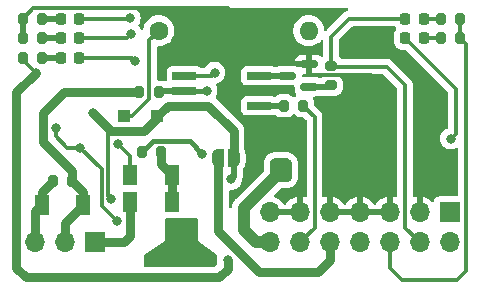
<source format=gbr>
%TF.GenerationSoftware,KiCad,Pcbnew,(6.0.9)*%
%TF.CreationDate,2022-11-10T15:00:11+05:30*%
%TF.ProjectId,Gate Driver TLP152,47617465-2044-4726-9976-657220544c50,rev?*%
%TF.SameCoordinates,Original*%
%TF.FileFunction,Copper,L1,Top*%
%TF.FilePolarity,Positive*%
%FSLAX46Y46*%
G04 Gerber Fmt 4.6, Leading zero omitted, Abs format (unit mm)*
G04 Created by KiCad (PCBNEW (6.0.9)) date 2022-11-10 15:00:11*
%MOMM*%
%LPD*%
G01*
G04 APERTURE LIST*
G04 Aperture macros list*
%AMRoundRect*
0 Rectangle with rounded corners*
0 $1 Rounding radius*
0 $2 $3 $4 $5 $6 $7 $8 $9 X,Y pos of 4 corners*
0 Add a 4 corners polygon primitive as box body*
4,1,4,$2,$3,$4,$5,$6,$7,$8,$9,$2,$3,0*
0 Add four circle primitives for the rounded corners*
1,1,$1+$1,$2,$3*
1,1,$1+$1,$4,$5*
1,1,$1+$1,$6,$7*
1,1,$1+$1,$8,$9*
0 Add four rect primitives between the rounded corners*
20,1,$1+$1,$2,$3,$4,$5,0*
20,1,$1+$1,$4,$5,$6,$7,0*
20,1,$1+$1,$6,$7,$8,$9,0*
20,1,$1+$1,$8,$9,$2,$3,0*%
%AMFreePoly0*
4,1,22,0.500000,-0.750000,0.000000,-0.750000,0.000000,-0.745033,-0.079941,-0.743568,-0.215256,-0.701293,-0.333266,-0.622738,-0.424486,-0.514219,-0.481581,-0.384460,-0.499164,-0.250000,-0.500000,-0.250000,-0.500000,0.250000,-0.499164,0.250000,-0.499963,0.256109,-0.478152,0.396186,-0.417904,0.524511,-0.324060,0.630769,-0.204165,0.706417,-0.067858,0.745374,0.000000,0.744959,0.000000,0.750000,
0.500000,0.750000,0.500000,-0.750000,0.500000,-0.750000,$1*%
%AMFreePoly1*
4,1,20,0.000000,0.744959,0.073905,0.744508,0.209726,0.703889,0.328688,0.626782,0.421226,0.519385,0.479903,0.390333,0.500000,0.250000,0.500000,-0.250000,0.499851,-0.262216,0.476331,-0.402017,0.414519,-0.529596,0.319384,-0.634700,0.198574,-0.708877,0.061801,-0.746166,0.000000,-0.745033,0.000000,-0.750000,-0.500000,-0.750000,-0.500000,0.750000,0.000000,0.750000,0.000000,0.744959,
0.000000,0.744959,$1*%
G04 Aperture macros list end*
%TA.AperFunction,SMDPad,CuDef*%
%ADD10RoundRect,0.200000X-0.200000X-0.275000X0.200000X-0.275000X0.200000X0.275000X-0.200000X0.275000X0*%
%TD*%
%TA.AperFunction,ComponentPad*%
%ADD11C,1.600000*%
%TD*%
%TA.AperFunction,ComponentPad*%
%ADD12O,1.600000X1.600000*%
%TD*%
%TA.AperFunction,SMDPad,CuDef*%
%ADD13RoundRect,0.200000X0.200000X0.275000X-0.200000X0.275000X-0.200000X-0.275000X0.200000X-0.275000X0*%
%TD*%
%TA.AperFunction,SMDPad,CuDef*%
%ADD14RoundRect,0.218750X-0.218750X-0.256250X0.218750X-0.256250X0.218750X0.256250X-0.218750X0.256250X0*%
%TD*%
%TA.AperFunction,SMDPad,CuDef*%
%ADD15R,1.100000X1.100000*%
%TD*%
%TA.AperFunction,SMDPad,CuDef*%
%ADD16R,2.000000X0.640000*%
%TD*%
%TA.AperFunction,SMDPad,CuDef*%
%ADD17RoundRect,0.200000X0.275000X-0.200000X0.275000X0.200000X-0.275000X0.200000X-0.275000X-0.200000X0*%
%TD*%
%TA.AperFunction,ComponentPad*%
%ADD18R,1.700000X1.700000*%
%TD*%
%TA.AperFunction,ComponentPad*%
%ADD19O,1.700000X1.700000*%
%TD*%
%TA.AperFunction,SMDPad,CuDef*%
%ADD20R,1.300000X1.700000*%
%TD*%
%TA.AperFunction,SMDPad,CuDef*%
%ADD21FreePoly0,0.000000*%
%TD*%
%TA.AperFunction,SMDPad,CuDef*%
%ADD22FreePoly1,0.000000*%
%TD*%
%TA.AperFunction,SMDPad,CuDef*%
%ADD23RoundRect,0.150000X0.587500X0.150000X-0.587500X0.150000X-0.587500X-0.150000X0.587500X-0.150000X0*%
%TD*%
%TA.AperFunction,ViaPad*%
%ADD24C,0.800000*%
%TD*%
%TA.AperFunction,Conductor*%
%ADD25C,0.800000*%
%TD*%
%TA.AperFunction,Conductor*%
%ADD26C,0.300000*%
%TD*%
%TA.AperFunction,Conductor*%
%ADD27C,1.000000*%
%TD*%
%TA.AperFunction,Conductor*%
%ADD28C,0.500000*%
%TD*%
%TA.AperFunction,Conductor*%
%ADD29C,0.400000*%
%TD*%
G04 APERTURE END LIST*
D10*
%TO.P,R5,1*%
%TO.N,Net-(IC1-Pad1)*%
X23559000Y-8763000D03*
%TO.P,R5,2*%
%TO.N,/pulse IN*%
X25209000Y-8763000D03*
%TD*%
D11*
%TO.P,R7,1*%
%TO.N,Net-(D7-Pad2)*%
X12954000Y-2413000D03*
D12*
%TO.P,R7,2*%
%TO.N,+12V*%
X25654000Y-2413000D03*
%TD*%
D13*
%TO.P,R4,1*%
%TO.N,Net-(D4-Pad1)*%
X3111000Y-3048000D03*
%TO.P,R4,2*%
%TO.N,GNDD*%
X1461000Y-3048000D03*
%TD*%
D14*
%TO.P,D1,1,K*%
%TO.N,/~{SD}*%
X33819500Y-1397000D03*
%TO.P,D1,2,A*%
%TO.N,Net-(D1-Pad2)*%
X35394500Y-1397000D03*
%TD*%
D10*
%TO.P,R6,1*%
%TO.N,/VO*%
X11519000Y-12700000D03*
%TO.P,R6,2*%
%TO.N,Net-(D5-Pad2)*%
X13169000Y-12700000D03*
%TD*%
D15*
%TO.P,D7,1,K*%
%TO.N,/Boot*%
X12830000Y-9652000D03*
%TO.P,D7,2,A*%
%TO.N,Net-(D7-Pad2)*%
X10030000Y-9652000D03*
%TD*%
D16*
%TO.P,IC1,1,ANODE*%
%TO.N,Net-(IC1-Pad1)*%
X21438000Y-8763000D03*
%TO.P,IC1,3,CATHODE*%
%TO.N,Net-(IC1-Pad3)*%
X21438000Y-6223000D03*
%TO.P,IC1,4,GND*%
%TO.N,Common*%
X15138000Y-6223000D03*
%TO.P,IC1,5,VO*%
%TO.N,/VO*%
X15138000Y-7493000D03*
%TO.P,IC1,6,VCC*%
%TO.N,/Boot*%
X15138000Y-8763000D03*
%TD*%
D17*
%TO.P,R19,1*%
%TO.N,Net-(Q1-Pad1)*%
X27559000Y-7048000D03*
%TO.P,R19,2*%
%TO.N,/~{SD}*%
X27559000Y-5398000D03*
%TD*%
D14*
%TO.P,D2,1,K*%
%TO.N,/~{Fault}*%
X33819500Y-3048000D03*
%TO.P,D2,2,A*%
%TO.N,Net-(D2-Pad2)*%
X35394500Y-3048000D03*
%TD*%
D18*
%TO.P,J1,1,Pin_1*%
%TO.N,/Reset*%
X37605000Y-17805000D03*
D19*
%TO.P,J1,2,Pin_2*%
%TO.N,/~{Fault}*%
X37605000Y-20345000D03*
%TO.P,J1,3,Pin_3*%
%TO.N,GNDD*%
X35065000Y-17805000D03*
%TO.P,J1,4,Pin_4*%
%TO.N,/~{SD}*%
X35065000Y-20345000D03*
%TO.P,J1,5,Pin_5*%
%TO.N,GNDD*%
X32525000Y-17805000D03*
%TO.P,J1,6,Pin_6*%
%TO.N,+3.3V*%
X32525000Y-20345000D03*
%TO.P,J1,7,Pin_7*%
%TO.N,GNDD*%
X29985000Y-17805000D03*
%TO.P,J1,8,Pin_8*%
%TO.N,+5V*%
X29985000Y-20345000D03*
%TO.P,J1,9,Pin_9*%
%TO.N,GNDD*%
X27445000Y-17805000D03*
%TO.P,J1,10,Pin_10*%
%TO.N,+12V*%
X27445000Y-20345000D03*
%TO.P,J1,11,Pin_11*%
%TO.N,GNDD*%
X24905000Y-17805000D03*
%TO.P,J1,12,Pin_12*%
%TO.N,/pulse IN*%
X24905000Y-20345000D03*
%TO.P,J1,13,Pin_13*%
%TO.N,GNDD*%
X22365000Y-17805000D03*
%TO.P,J1,14,Pin_14*%
%TO.N,GND*%
X22365000Y-20345000D03*
%TD*%
D10*
%TO.P,R2,1*%
%TO.N,Net-(D2-Pad2)*%
X36830000Y-3048000D03*
%TO.P,R2,2*%
%TO.N,+3.3V*%
X38480000Y-3048000D03*
%TD*%
D20*
%TO.P,D9,1,K*%
%TO.N,Gate*%
X6576000Y-17145000D03*
%TO.P,D9,2,A*%
%TO.N,Source*%
X3076000Y-17145000D03*
%TD*%
D10*
%TO.P,R14,1*%
%TO.N,Source*%
X4001000Y-15113000D03*
%TO.P,R14,2*%
%TO.N,Gate*%
X5651000Y-15113000D03*
%TD*%
D14*
%TO.P,D3,1,K*%
%TO.N,Net-(D3-Pad1)*%
X4673500Y-1397000D03*
%TO.P,D3,2,A*%
%TO.N,+3.3V*%
X6248500Y-1397000D03*
%TD*%
%TO.P,D8,1,K*%
%TO.N,Net-(D8-Pad1)*%
X4673500Y-4699000D03*
%TO.P,D8,2,A*%
%TO.N,+12V*%
X6248500Y-4699000D03*
%TD*%
D21*
%TO.P,JP1,1,A*%
%TO.N,+12V*%
X18004000Y-13208000D03*
D22*
%TO.P,JP1,2,B*%
%TO.N,/Boot*%
X19304000Y-13208000D03*
%TD*%
D18*
%TO.P,J2,1,Pin_1*%
%TO.N,Drain*%
X7592000Y-20320000D03*
D19*
%TO.P,J2,2,Pin_2*%
%TO.N,Gate*%
X5052000Y-20320000D03*
%TO.P,J2,3,Pin_3*%
%TO.N,Source*%
X2512000Y-20320000D03*
%TD*%
D20*
%TO.P,D6,1,K*%
%TO.N,Net-(C5-Pad1)*%
X10569000Y-14605000D03*
%TO.P,D6,2,A*%
%TO.N,Net-(D5-Pad2)*%
X14069000Y-14605000D03*
%TD*%
D13*
%TO.P,R3,1*%
%TO.N,Net-(D3-Pad1)*%
X3111000Y-1397000D03*
%TO.P,R3,2*%
%TO.N,GNDD*%
X1461000Y-1397000D03*
%TD*%
%TO.P,R13,1*%
%TO.N,/VO*%
X12953000Y-7620000D03*
%TO.P,R13,2*%
%TO.N,Gate*%
X11303000Y-7620000D03*
%TD*%
D10*
%TO.P,R1,1*%
%TO.N,Net-(D1-Pad2)*%
X36830000Y-1397000D03*
%TO.P,R1,2*%
%TO.N,+3.3V*%
X38480000Y-1397000D03*
%TD*%
D20*
%TO.P,D5,1,K*%
%TO.N,Drain*%
X10569000Y-16904000D03*
%TO.P,D5,2,A*%
%TO.N,Net-(D5-Pad2)*%
X14069000Y-16904000D03*
%TD*%
D14*
%TO.P,D4,1,K*%
%TO.N,Net-(D4-Pad1)*%
X4673500Y-3048000D03*
%TO.P,D4,2,A*%
%TO.N,+5V*%
X6248500Y-3048000D03*
%TD*%
D23*
%TO.P,Q1,1,B*%
%TO.N,Net-(Q1-Pad1)*%
X25702500Y-7173000D03*
%TO.P,Q1,2,E*%
%TO.N,GNDD*%
X25702500Y-5273000D03*
%TO.P,Q1,3,C*%
%TO.N,Net-(IC1-Pad3)*%
X23827500Y-6223000D03*
%TD*%
D13*
%TO.P,R11,1*%
%TO.N,Net-(D8-Pad1)*%
X3111000Y-4699000D03*
%TO.P,R11,2*%
%TO.N,GND*%
X1461000Y-4699000D03*
%TD*%
D24*
%TO.N,+12V*%
X10922000Y-4953000D03*
%TO.N,GND*%
X2540000Y-5969000D03*
X22860000Y-13716000D03*
X23749000Y-13716000D03*
X18796000Y-21844000D03*
X22860000Y-14732000D03*
X23749000Y-14732000D03*
%TO.N,/Boot*%
X19100800Y-14986000D03*
X7366000Y-9398000D03*
X8927500Y-16637000D03*
%TO.N,Net-(C5-Pad1)*%
X9512302Y-11971500D03*
%TO.N,/~{Fault}*%
X37681500Y-11557000D03*
%TO.N,+3.3V*%
X10515600Y-1371600D03*
%TO.N,+5V*%
X10617200Y-2692400D03*
%TO.N,/VO*%
X16637000Y-12827000D03*
X17018000Y-7493000D03*
%TO.N,/Error_OUT*%
X4254000Y-10668000D03*
X9398000Y-18542000D03*
X6288002Y-12319000D03*
%TO.N,Common*%
X15748000Y-18796000D03*
X14859000Y-19812000D03*
X17399000Y-21844000D03*
X17685318Y-5968101D03*
X14351000Y-21844000D03*
X15367000Y-21844000D03*
X13970000Y-19812000D03*
X13335000Y-21844000D03*
X15748000Y-19812000D03*
X16383000Y-21844000D03*
X13970000Y-18796000D03*
X14859000Y-18796000D03*
X12319000Y-21844000D03*
%TD*%
D25*
%TO.N,+12V*%
X18004000Y-13208000D02*
X18004000Y-19401000D01*
X26416000Y-22860000D02*
X27445000Y-21831000D01*
X21463000Y-22860000D02*
X26416000Y-22860000D01*
D26*
X6248500Y-4699000D02*
X10668000Y-4699000D01*
X10668000Y-4699000D02*
X10922000Y-4953000D01*
D25*
X27445000Y-21831000D02*
X27445000Y-20345000D01*
X18004000Y-19401000D02*
X21463000Y-22860000D01*
%TO.N,GND*%
X18796000Y-22606000D02*
X18796000Y-21844000D01*
X1710000Y-23300000D02*
X18102000Y-23300000D01*
X889000Y-22479000D02*
X1710000Y-23300000D01*
X889000Y-7620000D02*
X889000Y-22479000D01*
X23749000Y-13716000D02*
X23749000Y-13843000D01*
D27*
X20167600Y-19304000D02*
X20167600Y-17424400D01*
D26*
X1461000Y-4890000D02*
X2540000Y-5969000D01*
D27*
X20167600Y-17424400D02*
X23749000Y-13843000D01*
X21208600Y-20345000D02*
X20167600Y-19304000D01*
D25*
X2540000Y-5969000D02*
X889000Y-7620000D01*
X18102000Y-23300000D02*
X18796000Y-22606000D01*
D27*
X22365000Y-20345000D02*
X21208600Y-20345000D01*
D26*
X1461000Y-4699000D02*
X1461000Y-4890000D01*
D25*
%TO.N,/Boot*%
X11684000Y-10922000D02*
X8890000Y-10922000D01*
D28*
X19304000Y-14782800D02*
X19100800Y-14986000D01*
D25*
X8890000Y-10922000D02*
X7366000Y-9398000D01*
D26*
X7366000Y-9398000D02*
X8677511Y-10709511D01*
D25*
X12830000Y-9652000D02*
X12830000Y-9776000D01*
X15138000Y-8763000D02*
X13719000Y-8763000D01*
X13719000Y-8763000D02*
X12830000Y-9652000D01*
X12830000Y-9776000D02*
X11684000Y-10922000D01*
X17145000Y-8763000D02*
X15138000Y-8763000D01*
X19304000Y-10922000D02*
X17145000Y-8763000D01*
D26*
X8677511Y-10709511D02*
X8677511Y-16387011D01*
X8677511Y-16387011D02*
X8927500Y-16637000D01*
D28*
X19304000Y-13208000D02*
X19304000Y-14782800D01*
D25*
X19304000Y-13208000D02*
X19304000Y-10922000D01*
D26*
%TO.N,Net-(C5-Pad1)*%
X10569000Y-14605000D02*
X10569000Y-13028198D01*
X10569000Y-13028198D02*
X9512302Y-11971500D01*
%TO.N,/~{SD}*%
X33819500Y-1397000D02*
X29083000Y-1397000D01*
X27559000Y-2921000D02*
X27559000Y-5398000D01*
X27622000Y-5461000D02*
X27559000Y-5398000D01*
X35065000Y-20345000D02*
X33815489Y-19095489D01*
X33815489Y-19095489D02*
X33815489Y-7018489D01*
X33815489Y-7018489D02*
X32258000Y-5461000D01*
X29083000Y-1397000D02*
X27559000Y-2921000D01*
X32258000Y-5461000D02*
X27622000Y-5461000D01*
%TO.N,Net-(D1-Pad2)*%
X35394500Y-1397000D02*
X36830000Y-1397000D01*
%TO.N,/~{Fault}*%
X38100000Y-7328500D02*
X38100000Y-11138500D01*
X38100000Y-11138500D02*
X37681500Y-11557000D01*
X33819500Y-3048000D02*
X38100000Y-7328500D01*
%TO.N,Net-(D2-Pad2)*%
X35521500Y-3048000D02*
X36703000Y-3048000D01*
D28*
%TO.N,Net-(D3-Pad1)*%
X3111000Y-1397000D02*
X4673500Y-1397000D01*
D26*
%TO.N,+3.3V*%
X38227000Y-23495000D02*
X33528000Y-23495000D01*
X38480000Y-3047000D02*
X38989000Y-3556000D01*
X10490200Y-1397000D02*
X10515600Y-1371600D01*
X38480000Y-1397000D02*
X38480000Y-3047000D01*
X38989000Y-22733000D02*
X38227000Y-23495000D01*
X6248500Y-1397000D02*
X10490200Y-1397000D01*
X33528000Y-23495000D02*
X32525000Y-22492000D01*
X38989000Y-3556000D02*
X38989000Y-22733000D01*
X32525000Y-22492000D02*
X32525000Y-20345000D01*
D28*
%TO.N,Net-(D4-Pad1)*%
X4673500Y-3048000D02*
X3111000Y-3048000D01*
D26*
%TO.N,+5V*%
X10261600Y-3048000D02*
X10617200Y-2692400D01*
X6248500Y-3048000D02*
X10261600Y-3048000D01*
D28*
%TO.N,Net-(IC1-Pad3)*%
X23827500Y-6223000D02*
X21438000Y-6223000D01*
D25*
%TO.N,Net-(D5-Pad2)*%
X13169000Y-12700000D02*
X13169000Y-13705000D01*
X13169000Y-13705000D02*
X14069000Y-14605000D01*
X14069000Y-14605000D02*
X14069000Y-16904000D01*
D26*
%TO.N,Net-(D7-Pad2)*%
X10668000Y-9652000D02*
X10030000Y-9652000D01*
X12153480Y-8166520D02*
X10668000Y-9652000D01*
X12954000Y-2413000D02*
X12153480Y-3213520D01*
X12153480Y-3213520D02*
X12153480Y-8166520D01*
D28*
%TO.N,Net-(D8-Pad1)*%
X4673500Y-4699000D02*
X3111000Y-4699000D01*
D25*
%TO.N,Gate*%
X3175000Y-11811000D02*
X3175000Y-9398000D01*
X5651000Y-14287000D02*
X3175000Y-11811000D01*
X4953000Y-7620000D02*
X11303000Y-7620000D01*
X6576000Y-17145000D02*
X6576000Y-16038000D01*
X6576000Y-17145000D02*
X5052000Y-18669000D01*
X6576000Y-16038000D02*
X5651000Y-15113000D01*
X5052000Y-18669000D02*
X5052000Y-20320000D01*
X3175000Y-9398000D02*
X4953000Y-7620000D01*
X5651000Y-15113000D02*
X5651000Y-14287000D01*
D28*
%TO.N,Net-(IC1-Pad1)*%
X23559000Y-8763000D02*
X21438000Y-8763000D01*
D26*
%TO.N,GNDD*%
X30962520Y-6197520D02*
X32525000Y-7760000D01*
X25702500Y-5273000D02*
X25702500Y-6093700D01*
X25806320Y-6197520D02*
X30962520Y-6197520D01*
D28*
X1461000Y-1397000D02*
X1461000Y-3048000D01*
D26*
X2350000Y-508000D02*
X1461000Y-1397000D01*
X25702500Y-5273000D02*
X23561000Y-5273000D01*
X25702500Y-6093700D02*
X25806320Y-6197520D01*
X32525000Y-7760000D02*
X32525000Y-17805000D01*
X23561000Y-5273000D02*
X18796000Y-508000D01*
X18796000Y-508000D02*
X2350000Y-508000D01*
%TO.N,/pulse IN*%
X26154511Y-19095489D02*
X26154511Y-9708511D01*
X26154511Y-9708511D02*
X25209000Y-8763000D01*
X24905000Y-20345000D02*
X26154511Y-19095489D01*
D25*
%TO.N,Drain*%
X10569000Y-19784000D02*
X10569000Y-16904000D01*
X10033000Y-20320000D02*
X10569000Y-19784000D01*
X7592000Y-20320000D02*
X10033000Y-20320000D01*
%TO.N,Source*%
X2512000Y-17709000D02*
X3076000Y-17145000D01*
X2512000Y-20320000D02*
X2512000Y-17709000D01*
X3076000Y-17145000D02*
X3076000Y-16038000D01*
X3076000Y-16038000D02*
X4001000Y-15113000D01*
D29*
%TO.N,/VO*%
X15585480Y-11775480D02*
X16637000Y-12827000D01*
X11519000Y-12700000D02*
X12443520Y-11775480D01*
X12443520Y-11775480D02*
X15585480Y-11775480D01*
D28*
X13080000Y-7493000D02*
X12953000Y-7620000D01*
X15138000Y-7493000D02*
X13080000Y-7493000D01*
D29*
X17018000Y-7493000D02*
X15138000Y-7493000D01*
D26*
%TO.N,/Error_OUT*%
X8128000Y-14158998D02*
X6288002Y-12319000D01*
X4254000Y-11366000D02*
X5207000Y-12319000D01*
X5207000Y-12319000D02*
X6288002Y-12319000D01*
X4254000Y-10668000D02*
X4254000Y-11366000D01*
X8128000Y-17272000D02*
X8128000Y-14158998D01*
X9398000Y-18542000D02*
X8128000Y-17272000D01*
D28*
%TO.N,Net-(Q1-Pad1)*%
X27434000Y-7173000D02*
X27559000Y-7048000D01*
X25702500Y-7173000D02*
X27434000Y-7173000D01*
D26*
%TO.N,Common*%
X15138000Y-6223000D02*
X17430419Y-6223000D01*
X17430419Y-6223000D02*
X17685318Y-5968101D01*
%TD*%
%TA.AperFunction,Conductor*%
%TO.N,Common*%
G36*
X16198121Y-18308002D02*
G01*
X16244614Y-18361658D01*
X16256000Y-18414000D01*
X16256000Y-20193000D01*
X16264606Y-20199620D01*
X17857824Y-21425172D01*
X17899622Y-21482560D01*
X17907000Y-21525043D01*
X17907000Y-21622781D01*
X17904310Y-21648373D01*
X17902458Y-21654072D01*
X17882496Y-21844000D01*
X17883186Y-21850565D01*
X17886810Y-21885045D01*
X17887500Y-21898216D01*
X17887500Y-22177497D01*
X17867498Y-22245618D01*
X17850595Y-22266592D01*
X17762592Y-22354595D01*
X17700280Y-22388621D01*
X17673497Y-22391500D01*
X11810000Y-22391500D01*
X11741879Y-22371498D01*
X11695386Y-22317842D01*
X11684000Y-22265500D01*
X11684000Y-21527841D01*
X11704002Y-21459720D01*
X11736763Y-21425312D01*
X13462000Y-20193000D01*
X13462000Y-18414000D01*
X13482002Y-18345879D01*
X13535658Y-18299386D01*
X13588000Y-18288000D01*
X16130000Y-18288000D01*
X16198121Y-18308002D01*
G37*
%TD.AperFunction*%
%TD*%
%TA.AperFunction,Conductor*%
%TO.N,GNDD*%
G36*
X32993567Y-2075502D02*
G01*
X33023636Y-2102734D01*
X33026929Y-2108055D01*
X33032108Y-2113225D01*
X33032112Y-2113230D01*
X33052303Y-2133385D01*
X33086384Y-2195667D01*
X33081382Y-2266487D01*
X33052460Y-2311577D01*
X33026136Y-2337947D01*
X32937151Y-2482308D01*
X32934846Y-2489256D01*
X32934846Y-2489257D01*
X32921045Y-2530867D01*
X32883762Y-2643269D01*
X32873500Y-2743428D01*
X32873500Y-3352572D01*
X32873837Y-3355818D01*
X32873837Y-3355822D01*
X32876308Y-3379634D01*
X32884022Y-3453982D01*
X32937692Y-3614849D01*
X33026929Y-3759055D01*
X33146947Y-3878864D01*
X33153177Y-3882704D01*
X33153178Y-3882705D01*
X33162703Y-3888576D01*
X33291308Y-3967849D01*
X33298256Y-3970154D01*
X33298257Y-3970154D01*
X33445738Y-4019072D01*
X33445740Y-4019072D01*
X33452269Y-4021238D01*
X33552428Y-4031500D01*
X33819550Y-4031500D01*
X33887671Y-4051502D01*
X33908645Y-4068405D01*
X37404595Y-7564355D01*
X37438621Y-7626667D01*
X37441500Y-7653450D01*
X37441500Y-10587552D01*
X37421498Y-10655673D01*
X37366749Y-10702659D01*
X37230778Y-10763197D01*
X37230776Y-10763198D01*
X37224748Y-10765882D01*
X37219407Y-10769762D01*
X37219406Y-10769763D01*
X37197476Y-10785696D01*
X37070247Y-10878134D01*
X37065826Y-10883044D01*
X37065825Y-10883045D01*
X36975191Y-10983705D01*
X36942460Y-11020056D01*
X36846973Y-11185444D01*
X36787958Y-11367072D01*
X36787268Y-11373633D01*
X36787268Y-11373635D01*
X36779220Y-11450206D01*
X36767996Y-11557000D01*
X36768686Y-11563565D01*
X36778853Y-11660294D01*
X36787958Y-11746928D01*
X36846973Y-11928556D01*
X36850276Y-11934278D01*
X36850277Y-11934279D01*
X36861507Y-11953729D01*
X36942460Y-12093944D01*
X36946878Y-12098851D01*
X36946879Y-12098852D01*
X37032500Y-12193944D01*
X37070247Y-12235866D01*
X37157362Y-12299159D01*
X37216636Y-12342224D01*
X37224748Y-12348118D01*
X37230776Y-12350802D01*
X37230778Y-12350803D01*
X37390863Y-12422077D01*
X37399212Y-12425794D01*
X37492612Y-12445647D01*
X37579556Y-12464128D01*
X37579561Y-12464128D01*
X37586013Y-12465500D01*
X37776987Y-12465500D01*
X37783439Y-12464128D01*
X37783444Y-12464128D01*
X37870388Y-12445647D01*
X37963788Y-12425794D01*
X37972137Y-12422077D01*
X38132222Y-12350803D01*
X38132224Y-12350802D01*
X38138252Y-12348118D01*
X38142144Y-12345290D01*
X38210493Y-12328708D01*
X38277586Y-12351927D01*
X38321474Y-12407734D01*
X38330500Y-12454565D01*
X38330500Y-16320500D01*
X38310498Y-16388621D01*
X38256842Y-16435114D01*
X38204500Y-16446500D01*
X36706866Y-16446500D01*
X36644684Y-16453255D01*
X36508295Y-16504385D01*
X36391739Y-16591739D01*
X36304385Y-16708295D01*
X36301233Y-16716704D01*
X36301232Y-16716705D01*
X36259722Y-16827433D01*
X36217081Y-16884198D01*
X36150519Y-16908898D01*
X36081170Y-16893691D01*
X36048546Y-16868004D01*
X35997799Y-16812234D01*
X35990273Y-16805215D01*
X35823139Y-16673222D01*
X35814552Y-16667517D01*
X35628117Y-16564599D01*
X35618705Y-16560369D01*
X35417959Y-16489280D01*
X35407988Y-16486646D01*
X35336837Y-16473972D01*
X35323540Y-16475432D01*
X35319000Y-16489989D01*
X35319000Y-17933000D01*
X35298998Y-18001121D01*
X35245342Y-18047614D01*
X35193000Y-18059000D01*
X34599989Y-18059000D01*
X34531868Y-18038998D01*
X34485375Y-17985342D01*
X34473989Y-17933000D01*
X34473989Y-17677000D01*
X34493991Y-17608879D01*
X34547647Y-17562386D01*
X34599989Y-17551000D01*
X34792885Y-17551000D01*
X34808124Y-17546525D01*
X34809329Y-17545135D01*
X34811000Y-17537452D01*
X34811000Y-16488102D01*
X34807082Y-16474758D01*
X34792806Y-16472771D01*
X34754324Y-16478660D01*
X34744288Y-16481051D01*
X34639134Y-16515420D01*
X34568169Y-16517571D01*
X34507308Y-16481014D01*
X34475872Y-16417357D01*
X34473989Y-16395655D01*
X34473989Y-7100545D01*
X34474548Y-7088689D01*
X34474548Y-7088686D01*
X34476277Y-7080952D01*
X34474051Y-7010120D01*
X34473989Y-7006162D01*
X34473989Y-6977057D01*
X34473433Y-6972657D01*
X34472501Y-6960819D01*
X34472427Y-6958443D01*
X34471051Y-6914658D01*
X34465069Y-6894068D01*
X34461059Y-6874705D01*
X34459364Y-6861285D01*
X34459364Y-6861284D01*
X34458371Y-6853425D01*
X34455455Y-6846060D01*
X34455454Y-6846056D01*
X34441363Y-6810468D01*
X34437524Y-6799258D01*
X34424634Y-6754889D01*
X34413714Y-6736424D01*
X34405023Y-6718684D01*
X34397124Y-6698733D01*
X34369971Y-6661360D01*
X34363456Y-6651441D01*
X34343982Y-6618512D01*
X34343979Y-6618508D01*
X34339942Y-6611682D01*
X34324778Y-6596518D01*
X34311937Y-6581484D01*
X34303990Y-6570546D01*
X34299330Y-6564132D01*
X34263736Y-6534686D01*
X34254957Y-6526697D01*
X32781655Y-5053395D01*
X32773665Y-5044615D01*
X32773663Y-5044613D01*
X32769416Y-5037920D01*
X32745761Y-5015706D01*
X32717743Y-4989396D01*
X32714901Y-4986641D01*
X32694333Y-4966073D01*
X32690826Y-4963353D01*
X32681804Y-4955647D01*
X32653913Y-4929456D01*
X32648133Y-4924028D01*
X32641181Y-4920206D01*
X32629342Y-4913697D01*
X32612818Y-4902843D01*
X32602132Y-4894555D01*
X32595868Y-4889696D01*
X32588596Y-4886549D01*
X32588594Y-4886548D01*
X32553465Y-4871346D01*
X32542805Y-4866124D01*
X32509284Y-4847695D01*
X32509282Y-4847694D01*
X32502337Y-4843876D01*
X32481559Y-4838541D01*
X32462869Y-4832142D01*
X32443176Y-4823620D01*
X32397552Y-4816394D01*
X32385929Y-4813987D01*
X32357928Y-4806798D01*
X32341188Y-4802500D01*
X32319741Y-4802500D01*
X32300031Y-4800949D01*
X32286677Y-4798834D01*
X32278848Y-4797594D01*
X32232859Y-4801941D01*
X32221004Y-4802500D01*
X28490988Y-4802500D01*
X28422867Y-4782498D01*
X28395763Y-4757824D01*
X28395639Y-4757619D01*
X28274381Y-4636361D01*
X28267882Y-4632425D01*
X28265751Y-4630754D01*
X28224488Y-4572980D01*
X28217500Y-4531602D01*
X28217500Y-3245950D01*
X28237502Y-3177829D01*
X28254405Y-3156855D01*
X29318854Y-2092405D01*
X29381166Y-2058380D01*
X29407949Y-2055500D01*
X32925446Y-2055500D01*
X32993567Y-2075502D01*
G37*
%TD.AperFunction*%
%TA.AperFunction,Conductor*%
G36*
X32001171Y-6139502D02*
G01*
X32022145Y-6156405D01*
X33120084Y-7254344D01*
X33154110Y-7316656D01*
X33156989Y-7343439D01*
X33156989Y-16409804D01*
X33136987Y-16477925D01*
X33083331Y-16524418D01*
X33013057Y-16534522D01*
X32988929Y-16528577D01*
X32877959Y-16489280D01*
X32867988Y-16486646D01*
X32796837Y-16473972D01*
X32783540Y-16475432D01*
X32779000Y-16489989D01*
X32779000Y-17532885D01*
X32783475Y-17548124D01*
X32784865Y-17549329D01*
X32792548Y-17551000D01*
X33030989Y-17551000D01*
X33099110Y-17571002D01*
X33145603Y-17624658D01*
X33156989Y-17677000D01*
X33156989Y-17933000D01*
X33136987Y-18001121D01*
X33083331Y-18047614D01*
X33030989Y-18059000D01*
X26939011Y-18059000D01*
X26870890Y-18038998D01*
X26824397Y-17985342D01*
X26813011Y-17933000D01*
X26813011Y-17677000D01*
X26833013Y-17608879D01*
X26886669Y-17562386D01*
X26939011Y-17551000D01*
X27172885Y-17551000D01*
X27188124Y-17546525D01*
X27189329Y-17545135D01*
X27191000Y-17537452D01*
X27191000Y-17532885D01*
X27699000Y-17532885D01*
X27703475Y-17548124D01*
X27704865Y-17549329D01*
X27712548Y-17551000D01*
X29712885Y-17551000D01*
X29728124Y-17546525D01*
X29729329Y-17545135D01*
X29731000Y-17537452D01*
X29731000Y-17532885D01*
X30239000Y-17532885D01*
X30243475Y-17548124D01*
X30244865Y-17549329D01*
X30252548Y-17551000D01*
X32252885Y-17551000D01*
X32268124Y-17546525D01*
X32269329Y-17545135D01*
X32271000Y-17537452D01*
X32271000Y-16488102D01*
X32267082Y-16474758D01*
X32252806Y-16472771D01*
X32214324Y-16478660D01*
X32204288Y-16481051D01*
X32001868Y-16547212D01*
X31992359Y-16551209D01*
X31803463Y-16649542D01*
X31794738Y-16655036D01*
X31624433Y-16782905D01*
X31616726Y-16789748D01*
X31469590Y-16943717D01*
X31463104Y-16951727D01*
X31358193Y-17105521D01*
X31303282Y-17150524D01*
X31232757Y-17158695D01*
X31169010Y-17127441D01*
X31148313Y-17102957D01*
X31067427Y-16977926D01*
X31061136Y-16969757D01*
X30917806Y-16812240D01*
X30910273Y-16805215D01*
X30743139Y-16673222D01*
X30734552Y-16667517D01*
X30548117Y-16564599D01*
X30538705Y-16560369D01*
X30337959Y-16489280D01*
X30327988Y-16486646D01*
X30256837Y-16473972D01*
X30243540Y-16475432D01*
X30239000Y-16489989D01*
X30239000Y-17532885D01*
X29731000Y-17532885D01*
X29731000Y-16488102D01*
X29727082Y-16474758D01*
X29712806Y-16472771D01*
X29674324Y-16478660D01*
X29664288Y-16481051D01*
X29461868Y-16547212D01*
X29452359Y-16551209D01*
X29263463Y-16649542D01*
X29254738Y-16655036D01*
X29084433Y-16782905D01*
X29076726Y-16789748D01*
X28929590Y-16943717D01*
X28923104Y-16951727D01*
X28818193Y-17105521D01*
X28763282Y-17150524D01*
X28692757Y-17158695D01*
X28629010Y-17127441D01*
X28608313Y-17102957D01*
X28527427Y-16977926D01*
X28521136Y-16969757D01*
X28377806Y-16812240D01*
X28370273Y-16805215D01*
X28203139Y-16673222D01*
X28194552Y-16667517D01*
X28008117Y-16564599D01*
X27998705Y-16560369D01*
X27797959Y-16489280D01*
X27787988Y-16486646D01*
X27716837Y-16473972D01*
X27703540Y-16475432D01*
X27699000Y-16489989D01*
X27699000Y-17532885D01*
X27191000Y-17532885D01*
X27191000Y-16488102D01*
X27187082Y-16474758D01*
X27172806Y-16472771D01*
X27134324Y-16478660D01*
X27124288Y-16481051D01*
X26978156Y-16528814D01*
X26907192Y-16530965D01*
X26846330Y-16494409D01*
X26814894Y-16430751D01*
X26813011Y-16409049D01*
X26813011Y-9790567D01*
X26813570Y-9778711D01*
X26813570Y-9778708D01*
X26815299Y-9770974D01*
X26813073Y-9700142D01*
X26813011Y-9696184D01*
X26813011Y-9667079D01*
X26812455Y-9662679D01*
X26811523Y-9650841D01*
X26810322Y-9612605D01*
X26810073Y-9604680D01*
X26804091Y-9584090D01*
X26800081Y-9564727D01*
X26798386Y-9551307D01*
X26798386Y-9551306D01*
X26797393Y-9543447D01*
X26794477Y-9536082D01*
X26794476Y-9536078D01*
X26780387Y-9500493D01*
X26776542Y-9489264D01*
X26765867Y-9452521D01*
X26763656Y-9444910D01*
X26752741Y-9426454D01*
X26744042Y-9408698D01*
X26739806Y-9398000D01*
X26736146Y-9388755D01*
X26708991Y-9351379D01*
X26702476Y-9341460D01*
X26683003Y-9308534D01*
X26683000Y-9308530D01*
X26678963Y-9301704D01*
X26663802Y-9286543D01*
X26650960Y-9271508D01*
X26638352Y-9254154D01*
X26602753Y-9224704D01*
X26593974Y-9216715D01*
X26154404Y-8777145D01*
X26120378Y-8714833D01*
X26117499Y-8688050D01*
X26117499Y-8431366D01*
X26110753Y-8357938D01*
X26059472Y-8194301D01*
X26046433Y-8172771D01*
X26028254Y-8104142D01*
X26050064Y-8036578D01*
X26104940Y-7991532D01*
X26154209Y-7981500D01*
X26356502Y-7981500D01*
X26358950Y-7981307D01*
X26358958Y-7981307D01*
X26387421Y-7979067D01*
X26387426Y-7979066D01*
X26393831Y-7978562D01*
X26400007Y-7976768D01*
X26400011Y-7976767D01*
X26538602Y-7936503D01*
X26573754Y-7931500D01*
X27076413Y-7931500D01*
X27114092Y-7937266D01*
X27153938Y-7949753D01*
X27227365Y-7956500D01*
X27230263Y-7956500D01*
X27559860Y-7956499D01*
X27890634Y-7956499D01*
X27893492Y-7956236D01*
X27893501Y-7956236D01*
X27929004Y-7952974D01*
X27964062Y-7949753D01*
X28011557Y-7934869D01*
X28120450Y-7900744D01*
X28120452Y-7900743D01*
X28127699Y-7898472D01*
X28274381Y-7809639D01*
X28395639Y-7688381D01*
X28484472Y-7541699D01*
X28499734Y-7493000D01*
X28518534Y-7433008D01*
X28535753Y-7378062D01*
X28542500Y-7304635D01*
X28542499Y-6791366D01*
X28541559Y-6781126D01*
X28537452Y-6736431D01*
X28535753Y-6717938D01*
X28533754Y-6711559D01*
X28486744Y-6561550D01*
X28486743Y-6561548D01*
X28484472Y-6554301D01*
X28395639Y-6407619D01*
X28322615Y-6334595D01*
X28288589Y-6272283D01*
X28293654Y-6201468D01*
X28336201Y-6144632D01*
X28402721Y-6119821D01*
X28411710Y-6119500D01*
X31933050Y-6119500D01*
X32001171Y-6139502D01*
G37*
%TD.AperFunction*%
%TA.AperFunction,Conductor*%
G36*
X28949277Y-528502D02*
G01*
X28995770Y-582158D01*
X29005874Y-652432D01*
X28976380Y-717012D01*
X28917635Y-753359D01*
X28917935Y-754118D01*
X28913695Y-755797D01*
X28910566Y-757036D01*
X28874982Y-771124D01*
X28863752Y-774969D01*
X28819399Y-787855D01*
X28812575Y-791891D01*
X28800943Y-798770D01*
X28783187Y-807469D01*
X28763244Y-815365D01*
X28737224Y-834270D01*
X28725868Y-842520D01*
X28715949Y-849035D01*
X28683023Y-868508D01*
X28683019Y-868511D01*
X28676193Y-872548D01*
X28661032Y-887709D01*
X28646000Y-900548D01*
X28628643Y-913159D01*
X28623593Y-919263D01*
X28623591Y-919265D01*
X28599188Y-948763D01*
X28591199Y-957541D01*
X27172099Y-2376642D01*
X27109787Y-2410667D01*
X27038972Y-2405603D01*
X26982136Y-2363056D01*
X26957483Y-2298529D01*
X26956293Y-2284930D01*
X26947543Y-2184913D01*
X26933746Y-2133423D01*
X26889707Y-1969067D01*
X26889706Y-1969065D01*
X26888284Y-1963757D01*
X26812885Y-1802062D01*
X26793849Y-1761238D01*
X26793846Y-1761233D01*
X26791523Y-1756251D01*
X26660198Y-1568700D01*
X26498300Y-1406802D01*
X26493792Y-1403645D01*
X26493789Y-1403643D01*
X26415611Y-1348902D01*
X26310749Y-1275477D01*
X26305767Y-1273154D01*
X26305762Y-1273151D01*
X26108225Y-1181039D01*
X26108224Y-1181039D01*
X26103243Y-1178716D01*
X26097935Y-1177294D01*
X26097933Y-1177293D01*
X25887402Y-1120881D01*
X25887400Y-1120881D01*
X25882087Y-1119457D01*
X25654000Y-1099502D01*
X25425913Y-1119457D01*
X25420600Y-1120881D01*
X25420598Y-1120881D01*
X25210067Y-1177293D01*
X25210065Y-1177294D01*
X25204757Y-1178716D01*
X25199776Y-1181039D01*
X25199775Y-1181039D01*
X25002238Y-1273151D01*
X25002233Y-1273154D01*
X24997251Y-1275477D01*
X24892389Y-1348902D01*
X24814211Y-1403643D01*
X24814208Y-1403645D01*
X24809700Y-1406802D01*
X24647802Y-1568700D01*
X24516477Y-1756251D01*
X24514154Y-1761233D01*
X24514151Y-1761238D01*
X24495115Y-1802062D01*
X24419716Y-1963757D01*
X24418294Y-1969065D01*
X24418293Y-1969067D01*
X24374254Y-2133423D01*
X24360457Y-2184913D01*
X24340502Y-2413000D01*
X24360457Y-2641087D01*
X24361881Y-2646400D01*
X24361881Y-2646402D01*
X24388742Y-2746646D01*
X24419716Y-2862243D01*
X24422039Y-2867224D01*
X24422039Y-2867225D01*
X24514151Y-3064762D01*
X24514154Y-3064767D01*
X24516477Y-3069749D01*
X24580859Y-3161696D01*
X24639855Y-3245950D01*
X24647802Y-3257300D01*
X24809700Y-3419198D01*
X24814208Y-3422355D01*
X24814211Y-3422357D01*
X24892389Y-3477098D01*
X24997251Y-3550523D01*
X25002233Y-3552846D01*
X25002238Y-3552849D01*
X25183835Y-3637528D01*
X25204757Y-3647284D01*
X25210065Y-3648706D01*
X25210067Y-3648707D01*
X25420598Y-3705119D01*
X25420600Y-3705119D01*
X25425913Y-3706543D01*
X25654000Y-3726498D01*
X25882087Y-3706543D01*
X25887400Y-3705119D01*
X25887402Y-3705119D01*
X26097933Y-3648707D01*
X26097935Y-3648706D01*
X26103243Y-3647284D01*
X26124165Y-3637528D01*
X26305762Y-3552849D01*
X26305767Y-3552846D01*
X26310749Y-3550523D01*
X26415611Y-3477098D01*
X26493789Y-3422357D01*
X26493792Y-3422355D01*
X26498300Y-3419198D01*
X26660198Y-3257300D01*
X26671287Y-3241463D01*
X26726743Y-3197135D01*
X26797362Y-3189826D01*
X26860723Y-3221856D01*
X26896708Y-3283057D01*
X26900500Y-3313734D01*
X26900500Y-4501245D01*
X26880498Y-4569366D01*
X26826842Y-4615859D01*
X26756568Y-4625963D01*
X26697270Y-4600802D01*
X26689673Y-4594909D01*
X26560221Y-4518352D01*
X26545790Y-4512107D01*
X26399935Y-4469731D01*
X26387333Y-4467430D01*
X26358916Y-4465193D01*
X26353986Y-4465000D01*
X25974615Y-4465000D01*
X25959376Y-4469475D01*
X25958171Y-4470865D01*
X25956500Y-4478548D01*
X25956500Y-6062884D01*
X25960975Y-6078123D01*
X25962365Y-6079328D01*
X25970048Y-6080999D01*
X26353984Y-6080999D01*
X26358920Y-6080805D01*
X26387336Y-6078570D01*
X26399931Y-6076270D01*
X26545793Y-6033892D01*
X26560220Y-6027649D01*
X26571242Y-6021131D01*
X26640059Y-6003674D01*
X26707389Y-6026194D01*
X26724472Y-6040492D01*
X26817885Y-6133905D01*
X26851911Y-6196217D01*
X26846846Y-6267032D01*
X26817885Y-6312095D01*
X26752385Y-6377595D01*
X26690073Y-6411621D01*
X26663290Y-6414500D01*
X26573754Y-6414500D01*
X26538602Y-6409497D01*
X26400011Y-6369233D01*
X26400007Y-6369232D01*
X26393831Y-6367438D01*
X26387426Y-6366934D01*
X26387421Y-6366933D01*
X26358958Y-6364693D01*
X26358950Y-6364693D01*
X26356502Y-6364500D01*
X25199500Y-6364500D01*
X25131379Y-6344498D01*
X25084886Y-6290842D01*
X25073500Y-6238500D01*
X25073500Y-6207000D01*
X25093502Y-6138879D01*
X25147158Y-6092386D01*
X25199500Y-6081000D01*
X25430385Y-6081000D01*
X25445624Y-6076525D01*
X25446829Y-6075135D01*
X25448500Y-6067452D01*
X25448500Y-5545115D01*
X25444025Y-5529876D01*
X25442635Y-5528671D01*
X25434952Y-5527000D01*
X24819842Y-5527000D01*
X24755703Y-5509453D01*
X24685427Y-5467892D01*
X24685428Y-5467892D01*
X24678601Y-5463855D01*
X24670990Y-5461644D01*
X24670988Y-5461643D01*
X24585734Y-5436875D01*
X24518831Y-5417438D01*
X24512426Y-5416934D01*
X24512421Y-5416933D01*
X24483958Y-5414693D01*
X24483950Y-5414693D01*
X24481502Y-5414500D01*
X23173498Y-5414500D01*
X23171050Y-5414693D01*
X23171042Y-5414693D01*
X23142579Y-5416933D01*
X23142574Y-5416934D01*
X23136169Y-5417438D01*
X23129993Y-5419232D01*
X23129989Y-5419233D01*
X22991398Y-5459497D01*
X22956246Y-5464500D01*
X22736418Y-5464500D01*
X22685087Y-5451367D01*
X22684705Y-5452385D01*
X22548316Y-5401255D01*
X22486134Y-5394500D01*
X20389866Y-5394500D01*
X20327684Y-5401255D01*
X20191295Y-5452385D01*
X20074739Y-5539739D01*
X19987385Y-5656295D01*
X19936255Y-5792684D01*
X19929500Y-5854866D01*
X19929500Y-6591134D01*
X19936255Y-6653316D01*
X19987385Y-6789705D01*
X20074739Y-6906261D01*
X20191295Y-6993615D01*
X20327684Y-7044745D01*
X20389866Y-7051500D01*
X22486134Y-7051500D01*
X22548316Y-7044745D01*
X22684705Y-6993615D01*
X22685087Y-6994633D01*
X22736418Y-6981500D01*
X22956246Y-6981500D01*
X22991398Y-6986503D01*
X23129989Y-7026767D01*
X23129993Y-7026768D01*
X23136169Y-7028562D01*
X23142574Y-7029066D01*
X23142579Y-7029067D01*
X23171042Y-7031307D01*
X23171050Y-7031307D01*
X23173498Y-7031500D01*
X24330500Y-7031500D01*
X24398621Y-7051502D01*
X24445114Y-7105158D01*
X24456500Y-7157500D01*
X24456500Y-7389502D01*
X24459438Y-7426831D01*
X24505855Y-7586601D01*
X24509892Y-7593427D01*
X24586509Y-7722980D01*
X24586511Y-7722983D01*
X24590547Y-7729807D01*
X24596155Y-7735415D01*
X24601011Y-7741675D01*
X24598422Y-7743683D01*
X24625229Y-7792775D01*
X24620164Y-7863590D01*
X24579854Y-7918712D01*
X24575120Y-7922424D01*
X24568619Y-7926361D01*
X24473095Y-8021885D01*
X24410783Y-8055911D01*
X24339968Y-8050846D01*
X24294905Y-8021885D01*
X24199381Y-7926361D01*
X24052699Y-7837528D01*
X24045452Y-7835257D01*
X24045450Y-7835256D01*
X23976268Y-7813576D01*
X23889062Y-7786247D01*
X23815635Y-7779500D01*
X23812737Y-7779500D01*
X23558335Y-7779501D01*
X23302366Y-7779501D01*
X23299508Y-7779764D01*
X23299499Y-7779764D01*
X23263996Y-7783026D01*
X23228938Y-7786247D01*
X23222560Y-7788246D01*
X23222559Y-7788246D01*
X23072550Y-7835256D01*
X23072548Y-7835257D01*
X23065301Y-7837528D01*
X22918619Y-7926361D01*
X22877385Y-7967595D01*
X22815073Y-8001621D01*
X22788290Y-8004500D01*
X22736418Y-8004500D01*
X22685087Y-7991367D01*
X22684705Y-7992385D01*
X22548316Y-7941255D01*
X22486134Y-7934500D01*
X20389866Y-7934500D01*
X20327684Y-7941255D01*
X20191295Y-7992385D01*
X20074739Y-8079739D01*
X19987385Y-8196295D01*
X19936255Y-8332684D01*
X19929500Y-8394866D01*
X19929500Y-9131134D01*
X19936255Y-9193316D01*
X19987385Y-9329705D01*
X20074739Y-9446261D01*
X20191295Y-9533615D01*
X20327684Y-9584745D01*
X20389866Y-9591500D01*
X22486134Y-9591500D01*
X22548316Y-9584745D01*
X22684705Y-9533615D01*
X22685087Y-9534633D01*
X22736418Y-9521500D01*
X22788290Y-9521500D01*
X22856411Y-9541502D01*
X22877385Y-9558405D01*
X22918619Y-9599639D01*
X23065301Y-9688472D01*
X23072548Y-9690743D01*
X23072550Y-9690744D01*
X23128907Y-9708405D01*
X23228938Y-9739753D01*
X23302365Y-9746500D01*
X23305263Y-9746500D01*
X23559665Y-9746499D01*
X23815634Y-9746499D01*
X23818492Y-9746236D01*
X23818501Y-9746236D01*
X23854004Y-9742974D01*
X23889062Y-9739753D01*
X23916198Y-9731249D01*
X24045450Y-9690744D01*
X24045452Y-9690743D01*
X24052699Y-9688472D01*
X24199381Y-9599639D01*
X24294905Y-9504115D01*
X24357217Y-9470089D01*
X24428032Y-9475154D01*
X24473095Y-9504115D01*
X24568619Y-9599639D01*
X24715301Y-9688472D01*
X24722548Y-9690743D01*
X24722550Y-9690744D01*
X24778907Y-9708405D01*
X24878938Y-9739753D01*
X24952365Y-9746500D01*
X24968614Y-9746500D01*
X25209051Y-9746499D01*
X25277170Y-9766501D01*
X25298145Y-9783404D01*
X25459106Y-9944365D01*
X25493132Y-10006677D01*
X25496011Y-10033460D01*
X25496011Y-16395293D01*
X25476009Y-16463414D01*
X25422353Y-16509907D01*
X25352079Y-16520011D01*
X25327951Y-16514066D01*
X25257959Y-16489280D01*
X25247988Y-16486646D01*
X25176837Y-16473972D01*
X25163540Y-16475432D01*
X25159000Y-16489989D01*
X25159000Y-17532885D01*
X25163475Y-17548124D01*
X25164865Y-17549329D01*
X25172548Y-17551000D01*
X25370011Y-17551000D01*
X25438132Y-17571002D01*
X25484625Y-17624658D01*
X25496011Y-17677000D01*
X25496011Y-17933000D01*
X25476009Y-18001121D01*
X25422353Y-18047614D01*
X25370011Y-18059000D01*
X22237000Y-18059000D01*
X22168879Y-18038998D01*
X22122386Y-17985342D01*
X22111000Y-17933000D01*
X22111000Y-17677000D01*
X22131002Y-17608879D01*
X22184658Y-17562386D01*
X22237000Y-17551000D01*
X24632885Y-17551000D01*
X24648124Y-17546525D01*
X24649329Y-17545135D01*
X24651000Y-17537452D01*
X24651000Y-16488102D01*
X24647082Y-16474758D01*
X24632806Y-16472771D01*
X24594324Y-16478660D01*
X24584288Y-16481051D01*
X24381868Y-16547212D01*
X24372359Y-16551209D01*
X24183463Y-16649542D01*
X24174738Y-16655036D01*
X24004433Y-16782905D01*
X23996726Y-16789748D01*
X23849590Y-16943717D01*
X23843104Y-16951727D01*
X23738193Y-17105521D01*
X23683282Y-17150524D01*
X23612757Y-17158695D01*
X23549010Y-17127441D01*
X23528313Y-17102957D01*
X23447427Y-16977926D01*
X23441136Y-16969757D01*
X23297806Y-16812240D01*
X23290273Y-16805215D01*
X23123139Y-16673222D01*
X23114552Y-16667517D01*
X22928117Y-16564599D01*
X22918705Y-16560369D01*
X22766624Y-16506514D01*
X22709088Y-16464920D01*
X22683172Y-16398822D01*
X22697106Y-16329206D01*
X22719589Y-16298646D01*
X23227830Y-15790405D01*
X23290142Y-15756379D01*
X23316925Y-15753500D01*
X23748742Y-15753500D01*
X23782329Y-15752400D01*
X23783391Y-15752330D01*
X23783399Y-15752330D01*
X23797728Y-15751391D01*
X23797750Y-15751389D01*
X23798775Y-15751322D01*
X23820588Y-15749174D01*
X23831160Y-15748133D01*
X23831172Y-15748132D01*
X23832214Y-15748029D01*
X23936989Y-15734235D01*
X23938995Y-15733836D01*
X23939001Y-15733835D01*
X24000836Y-15721535D01*
X24002862Y-15721132D01*
X24004842Y-15720602D01*
X24004857Y-15720598D01*
X24020877Y-15716305D01*
X24034634Y-15712619D01*
X24098243Y-15691027D01*
X24100152Y-15690236D01*
X24100158Y-15690234D01*
X24126763Y-15679214D01*
X24188182Y-15653773D01*
X24248431Y-15624061D01*
X24250211Y-15623033D01*
X24250219Y-15623029D01*
X24275133Y-15608644D01*
X24275132Y-15608644D01*
X24276917Y-15607614D01*
X24278611Y-15606482D01*
X24278624Y-15606474D01*
X24331056Y-15571439D01*
X24331058Y-15571438D01*
X24332759Y-15570301D01*
X24401928Y-15517226D01*
X24408362Y-15512289D01*
X24408367Y-15512285D01*
X24409992Y-15511038D01*
X24460492Y-15466750D01*
X24483750Y-15443492D01*
X24496245Y-15429245D01*
X24526684Y-15394536D01*
X24526685Y-15394535D01*
X24528038Y-15392992D01*
X24587301Y-15315759D01*
X24588439Y-15314056D01*
X24623474Y-15261624D01*
X24623482Y-15261611D01*
X24624614Y-15259917D01*
X24641061Y-15231431D01*
X24670773Y-15171182D01*
X24708027Y-15081243D01*
X24729619Y-15017634D01*
X24733305Y-15003877D01*
X24737598Y-14987857D01*
X24737602Y-14987842D01*
X24738132Y-14985862D01*
X24738535Y-14983836D01*
X24750835Y-14922001D01*
X24750836Y-14921995D01*
X24751235Y-14919989D01*
X24765029Y-14815214D01*
X24768322Y-14781775D01*
X24768859Y-14773592D01*
X24769330Y-14766399D01*
X24769330Y-14766391D01*
X24769400Y-14765329D01*
X24770500Y-14731742D01*
X24770500Y-13716258D01*
X24769400Y-13682671D01*
X24769161Y-13679018D01*
X24768391Y-13667272D01*
X24768389Y-13667250D01*
X24768322Y-13666225D01*
X24765029Y-13632786D01*
X24751235Y-13528011D01*
X24747603Y-13509749D01*
X24738535Y-13464164D01*
X24738132Y-13462138D01*
X24737602Y-13460158D01*
X24737598Y-13460143D01*
X24733305Y-13444123D01*
X24729619Y-13430366D01*
X24708027Y-13366757D01*
X24704494Y-13358226D01*
X24687858Y-13318065D01*
X24670773Y-13276818D01*
X24641061Y-13216569D01*
X24624614Y-13188083D01*
X24623482Y-13186389D01*
X24623474Y-13186376D01*
X24588439Y-13133944D01*
X24588438Y-13133942D01*
X24587301Y-13132241D01*
X24528038Y-13055008D01*
X24483750Y-13004508D01*
X24460492Y-12981250D01*
X24447927Y-12970230D01*
X24411536Y-12938316D01*
X24411535Y-12938315D01*
X24409992Y-12936962D01*
X24395519Y-12925856D01*
X24354400Y-12894305D01*
X24332759Y-12877699D01*
X24331056Y-12876561D01*
X24278624Y-12841526D01*
X24278611Y-12841518D01*
X24276917Y-12840386D01*
X24273084Y-12838173D01*
X24250219Y-12824971D01*
X24250211Y-12824967D01*
X24248431Y-12823939D01*
X24188182Y-12794227D01*
X24126763Y-12768786D01*
X24100158Y-12757766D01*
X24100152Y-12757764D01*
X24098243Y-12756973D01*
X24034634Y-12735381D01*
X24020877Y-12731695D01*
X24004857Y-12727402D01*
X24004842Y-12727398D01*
X24002862Y-12726868D01*
X24000836Y-12726465D01*
X23939001Y-12714165D01*
X23938995Y-12714164D01*
X23936989Y-12713765D01*
X23832214Y-12699971D01*
X23831172Y-12699868D01*
X23831160Y-12699867D01*
X23820588Y-12698826D01*
X23798775Y-12696678D01*
X23797750Y-12696611D01*
X23797728Y-12696609D01*
X23783399Y-12695670D01*
X23783391Y-12695670D01*
X23782329Y-12695600D01*
X23748742Y-12694500D01*
X22860258Y-12694500D01*
X22826671Y-12695600D01*
X22825609Y-12695670D01*
X22825601Y-12695670D01*
X22811272Y-12696609D01*
X22811250Y-12696611D01*
X22810225Y-12696678D01*
X22788412Y-12698826D01*
X22777840Y-12699867D01*
X22777828Y-12699868D01*
X22776786Y-12699971D01*
X22672011Y-12713765D01*
X22670005Y-12714164D01*
X22669999Y-12714165D01*
X22608164Y-12726465D01*
X22606138Y-12726868D01*
X22604158Y-12727398D01*
X22604143Y-12727402D01*
X22588123Y-12731695D01*
X22574366Y-12735381D01*
X22510757Y-12756973D01*
X22508848Y-12757764D01*
X22508842Y-12757766D01*
X22482237Y-12768786D01*
X22420818Y-12794227D01*
X22360569Y-12823939D01*
X22358789Y-12824967D01*
X22358781Y-12824971D01*
X22335916Y-12838173D01*
X22332083Y-12840386D01*
X22330389Y-12841518D01*
X22330376Y-12841526D01*
X22277944Y-12876561D01*
X22276241Y-12877699D01*
X22254600Y-12894305D01*
X22213482Y-12925856D01*
X22199008Y-12936962D01*
X22197465Y-12938315D01*
X22197464Y-12938316D01*
X22161074Y-12970230D01*
X22148508Y-12981250D01*
X22125250Y-13004508D01*
X22080962Y-13055008D01*
X22021699Y-13132241D01*
X22020562Y-13133942D01*
X22020561Y-13133944D01*
X21985526Y-13186376D01*
X21985518Y-13186389D01*
X21984386Y-13188083D01*
X21967939Y-13216569D01*
X21938227Y-13276818D01*
X21921142Y-13318065D01*
X21904507Y-13358226D01*
X21900973Y-13366757D01*
X21879381Y-13430366D01*
X21875695Y-13444123D01*
X21871402Y-13460143D01*
X21871398Y-13460158D01*
X21870868Y-13462138D01*
X21870465Y-13464164D01*
X21861398Y-13509749D01*
X21857765Y-13528011D01*
X21843971Y-13632786D01*
X21840678Y-13666225D01*
X21840611Y-13667250D01*
X21840609Y-13667272D01*
X21839839Y-13679018D01*
X21839600Y-13682671D01*
X21838500Y-13716258D01*
X21838500Y-14275076D01*
X21818498Y-14343197D01*
X21801595Y-14364171D01*
X19498221Y-16667545D01*
X19488078Y-16676647D01*
X19458575Y-16700368D01*
X19444867Y-16716705D01*
X19426309Y-16738821D01*
X19423128Y-16742469D01*
X19421485Y-16744281D01*
X19419291Y-16746475D01*
X19391958Y-16779749D01*
X19391296Y-16780547D01*
X19331446Y-16851874D01*
X19328878Y-16856544D01*
X19325497Y-16860661D01*
X19321560Y-16868004D01*
X19281623Y-16942486D01*
X19280994Y-16943645D01*
X19239138Y-17019781D01*
X19239135Y-17019789D01*
X19236167Y-17025187D01*
X19234555Y-17030269D01*
X19232038Y-17034963D01*
X19204838Y-17123931D01*
X19204518Y-17124959D01*
X19176365Y-17213706D01*
X19175771Y-17219002D01*
X19174213Y-17224098D01*
X19165240Y-17312436D01*
X19164818Y-17316587D01*
X19164677Y-17317904D01*
X19163714Y-17326486D01*
X19136241Y-17391952D01*
X19077735Y-17432172D01*
X19006773Y-17434376D01*
X18945884Y-17397865D01*
X18914399Y-17334232D01*
X18912500Y-17312436D01*
X18912500Y-16020500D01*
X18932502Y-15952379D01*
X18986158Y-15905886D01*
X19038500Y-15894500D01*
X19196287Y-15894500D01*
X19202739Y-15893128D01*
X19202744Y-15893128D01*
X19289687Y-15874647D01*
X19383088Y-15854794D01*
X19403105Y-15845882D01*
X19551522Y-15779803D01*
X19551524Y-15779802D01*
X19557552Y-15777118D01*
X19590108Y-15753465D01*
X19640291Y-15717004D01*
X19712053Y-15664866D01*
X19722041Y-15653773D01*
X19835421Y-15527852D01*
X19835422Y-15527851D01*
X19839840Y-15522944D01*
X19935327Y-15357556D01*
X19994342Y-15175928D01*
X20002104Y-15102074D01*
X20015198Y-15057944D01*
X20019769Y-15048992D01*
X20021509Y-15041880D01*
X20023608Y-15036237D01*
X20025523Y-15030479D01*
X20028622Y-15023850D01*
X20036524Y-14985862D01*
X20043486Y-14952388D01*
X20044457Y-14948099D01*
X20051335Y-14919989D01*
X20061808Y-14877190D01*
X20062500Y-14866036D01*
X20062536Y-14866038D01*
X20062775Y-14862045D01*
X20063149Y-14857853D01*
X20064640Y-14850685D01*
X20062546Y-14773279D01*
X20062500Y-14769872D01*
X20062500Y-14179247D01*
X20082502Y-14111126D01*
X20095084Y-14094692D01*
X20100646Y-14088547D01*
X20103654Y-14085224D01*
X20118527Y-14063174D01*
X20182599Y-13968183D01*
X20182602Y-13968178D01*
X20185107Y-13964464D01*
X20190295Y-13953757D01*
X20245596Y-13839613D01*
X20247554Y-13835572D01*
X20291838Y-13696812D01*
X20315600Y-13555574D01*
X20322682Y-13476627D01*
X20322833Y-13464285D01*
X20317995Y-13389964D01*
X20317729Y-13381779D01*
X20317729Y-13037481D01*
X20318233Y-13026223D01*
X20322464Y-12979053D01*
X20322682Y-12976627D01*
X20322833Y-12964285D01*
X20317683Y-12885171D01*
X20308914Y-12823939D01*
X20298016Y-12747839D01*
X20298015Y-12747833D01*
X20297379Y-12743394D01*
X20294881Y-12734849D01*
X20257755Y-12607892D01*
X20256497Y-12603590D01*
X20223798Y-12531674D01*
X20212500Y-12479524D01*
X20212500Y-11003417D01*
X20214051Y-10983705D01*
X20215220Y-10976325D01*
X20216252Y-10969810D01*
X20212673Y-10901519D01*
X20212500Y-10894925D01*
X20212500Y-10874390D01*
X20211430Y-10864206D01*
X20210353Y-10853960D01*
X20209836Y-10847385D01*
X20206603Y-10785696D01*
X20206603Y-10785695D01*
X20206257Y-10779096D01*
X20202616Y-10765508D01*
X20199012Y-10746061D01*
X20198233Y-10738644D01*
X20198232Y-10738640D01*
X20197542Y-10732072D01*
X20176402Y-10667009D01*
X20174529Y-10660685D01*
X20158539Y-10601010D01*
X20158538Y-10601006D01*
X20156829Y-10594630D01*
X20150440Y-10582092D01*
X20142875Y-10563826D01*
X20140569Y-10556728D01*
X20140568Y-10556726D01*
X20138527Y-10550444D01*
X20104331Y-10491215D01*
X20101185Y-10485421D01*
X20100785Y-10484635D01*
X20070129Y-10424470D01*
X20061273Y-10413533D01*
X20050073Y-10397237D01*
X20046343Y-10390776D01*
X20046340Y-10390772D01*
X20043040Y-10385056D01*
X20038623Y-10380150D01*
X20038619Y-10380145D01*
X19997278Y-10334231D01*
X19992994Y-10329216D01*
X19982148Y-10315823D01*
X19980072Y-10313259D01*
X19965557Y-10298744D01*
X19961016Y-10293959D01*
X19915253Y-10243134D01*
X19903865Y-10234860D01*
X19888832Y-10222019D01*
X17844981Y-8178168D01*
X17832140Y-8163135D01*
X17827746Y-8157087D01*
X17827745Y-8157086D01*
X17823866Y-8151747D01*
X17809451Y-8138767D01*
X17772212Y-8078321D01*
X17773565Y-8007337D01*
X17784644Y-7982133D01*
X17849223Y-7870279D01*
X17849224Y-7870278D01*
X17852527Y-7864556D01*
X17911542Y-7682928D01*
X17927148Y-7534450D01*
X17930814Y-7499565D01*
X17931504Y-7493000D01*
X17925199Y-7433008D01*
X17912232Y-7309635D01*
X17912232Y-7309633D01*
X17911542Y-7303072D01*
X17852527Y-7121444D01*
X17805491Y-7039975D01*
X17788753Y-6970980D01*
X17811974Y-6903888D01*
X17867781Y-6860001D01*
X17888413Y-6853728D01*
X17967606Y-6836895D01*
X18006308Y-6819664D01*
X18136040Y-6761904D01*
X18136042Y-6761903D01*
X18142070Y-6759219D01*
X18187162Y-6726458D01*
X18223112Y-6700338D01*
X18296571Y-6646967D01*
X18322192Y-6618512D01*
X18419939Y-6509953D01*
X18419940Y-6509952D01*
X18424358Y-6505045D01*
X18489815Y-6391671D01*
X18516541Y-6345380D01*
X18516542Y-6345379D01*
X18519845Y-6339657D01*
X18578860Y-6158029D01*
X18582281Y-6125486D01*
X18598132Y-5974666D01*
X18598822Y-5968101D01*
X18586791Y-5853632D01*
X18579550Y-5784736D01*
X18579550Y-5784734D01*
X18578860Y-5778173D01*
X18519845Y-5596545D01*
X18424358Y-5431157D01*
X18412006Y-5417438D01*
X18300993Y-5294146D01*
X18300992Y-5294145D01*
X18296571Y-5289235D01*
X18142070Y-5176983D01*
X18136042Y-5174299D01*
X18136040Y-5174298D01*
X17973637Y-5101992D01*
X17973636Y-5101992D01*
X17967606Y-5099307D01*
X17874206Y-5079454D01*
X17787262Y-5060973D01*
X17787257Y-5060973D01*
X17780805Y-5059601D01*
X17589831Y-5059601D01*
X17583379Y-5060973D01*
X17583374Y-5060973D01*
X17496430Y-5079454D01*
X17403030Y-5099307D01*
X17397000Y-5101992D01*
X17396999Y-5101992D01*
X17234596Y-5174298D01*
X17234594Y-5174299D01*
X17228566Y-5176983D01*
X17074065Y-5289235D01*
X17069644Y-5294145D01*
X17069643Y-5294146D01*
X16958631Y-5417438D01*
X16946278Y-5431157D01*
X16908210Y-5497093D01*
X16905665Y-5501501D01*
X16854282Y-5550494D01*
X16796546Y-5564500D01*
X16576275Y-5564500D01*
X16508154Y-5544498D01*
X16500710Y-5539326D01*
X16480118Y-5523893D01*
X16384705Y-5452385D01*
X16248316Y-5401255D01*
X16186134Y-5394500D01*
X14089866Y-5394500D01*
X14027684Y-5401255D01*
X13891295Y-5452385D01*
X13774739Y-5539739D01*
X13687385Y-5656295D01*
X13636255Y-5792684D01*
X13629500Y-5854866D01*
X13629500Y-6582928D01*
X13609498Y-6651049D01*
X13555842Y-6697542D01*
X13485568Y-6707646D01*
X13452410Y-6697987D01*
X13446699Y-6694528D01*
X13283062Y-6643247D01*
X13209635Y-6636500D01*
X13200695Y-6636500D01*
X12937979Y-6636501D01*
X12869860Y-6616499D01*
X12823367Y-6562844D01*
X12811980Y-6510501D01*
X12811980Y-5001605D01*
X24465061Y-5001605D01*
X24465101Y-5015706D01*
X24472370Y-5019000D01*
X25430385Y-5019000D01*
X25445624Y-5014525D01*
X25446829Y-5013135D01*
X25448500Y-5005452D01*
X25448500Y-4483116D01*
X25444025Y-4467877D01*
X25442635Y-4466672D01*
X25434952Y-4465001D01*
X25051017Y-4465001D01*
X25046080Y-4465195D01*
X25017664Y-4467430D01*
X25005069Y-4469730D01*
X24859210Y-4512107D01*
X24844779Y-4518352D01*
X24715322Y-4594911D01*
X24702896Y-4604551D01*
X24596551Y-4710896D01*
X24586911Y-4723322D01*
X24510352Y-4852779D01*
X24504107Y-4867210D01*
X24465061Y-5001605D01*
X12811980Y-5001605D01*
X12811980Y-3851578D01*
X12831982Y-3783457D01*
X12885638Y-3736964D01*
X12943018Y-3727082D01*
X12943018Y-3726019D01*
X12948525Y-3726019D01*
X12954000Y-3726498D01*
X13182087Y-3706543D01*
X13187400Y-3705119D01*
X13187402Y-3705119D01*
X13397933Y-3648707D01*
X13397935Y-3648706D01*
X13403243Y-3647284D01*
X13424165Y-3637528D01*
X13605762Y-3552849D01*
X13605767Y-3552846D01*
X13610749Y-3550523D01*
X13715611Y-3477098D01*
X13793789Y-3422357D01*
X13793792Y-3422355D01*
X13798300Y-3419198D01*
X13960198Y-3257300D01*
X13968146Y-3245950D01*
X14027141Y-3161696D01*
X14091523Y-3069749D01*
X14093846Y-3064767D01*
X14093849Y-3064762D01*
X14185961Y-2867225D01*
X14185961Y-2867224D01*
X14188284Y-2862243D01*
X14219259Y-2746646D01*
X14246119Y-2646402D01*
X14246119Y-2646400D01*
X14247543Y-2641087D01*
X14267498Y-2413000D01*
X14247543Y-2184913D01*
X14233746Y-2133423D01*
X14189707Y-1969067D01*
X14189706Y-1969065D01*
X14188284Y-1963757D01*
X14112885Y-1802062D01*
X14093849Y-1761238D01*
X14093846Y-1761233D01*
X14091523Y-1756251D01*
X13960198Y-1568700D01*
X13798300Y-1406802D01*
X13793792Y-1403645D01*
X13793789Y-1403643D01*
X13715611Y-1348902D01*
X13610749Y-1275477D01*
X13605767Y-1273154D01*
X13605762Y-1273151D01*
X13408225Y-1181039D01*
X13408224Y-1181039D01*
X13403243Y-1178716D01*
X13397935Y-1177294D01*
X13397933Y-1177293D01*
X13187402Y-1120881D01*
X13187400Y-1120881D01*
X13182087Y-1119457D01*
X12954000Y-1099502D01*
X12725913Y-1119457D01*
X12720600Y-1120881D01*
X12720598Y-1120881D01*
X12510067Y-1177293D01*
X12510065Y-1177294D01*
X12504757Y-1178716D01*
X12499776Y-1181039D01*
X12499775Y-1181039D01*
X12302238Y-1273151D01*
X12302233Y-1273154D01*
X12297251Y-1275477D01*
X12192389Y-1348902D01*
X12114211Y-1403643D01*
X12114208Y-1403645D01*
X12109700Y-1406802D01*
X11947802Y-1568700D01*
X11816477Y-1756251D01*
X11814154Y-1761233D01*
X11814151Y-1761238D01*
X11795115Y-1802062D01*
X11719716Y-1963757D01*
X11718294Y-1969065D01*
X11718293Y-1969067D01*
X11674254Y-2133423D01*
X11660457Y-2184913D01*
X11659978Y-2190388D01*
X11659975Y-2190405D01*
X11657490Y-2218812D01*
X11631627Y-2284930D01*
X11574123Y-2326570D01*
X11503236Y-2330510D01*
X11441472Y-2295500D01*
X11422851Y-2270830D01*
X11407650Y-2244500D01*
X11356240Y-2155456D01*
X11336402Y-2133423D01*
X11268531Y-2058045D01*
X11237813Y-1994038D01*
X11246578Y-1923584D01*
X11255036Y-1908773D01*
X11254640Y-1908544D01*
X11346823Y-1748879D01*
X11346824Y-1748878D01*
X11350127Y-1743156D01*
X11409142Y-1561528D01*
X11429104Y-1371600D01*
X11418757Y-1273151D01*
X11409832Y-1188235D01*
X11409832Y-1188233D01*
X11409142Y-1181672D01*
X11350127Y-1000044D01*
X11254640Y-834656D01*
X11210510Y-785644D01*
X11150332Y-718810D01*
X11119614Y-654803D01*
X11128379Y-584349D01*
X11173842Y-529818D01*
X11243968Y-508500D01*
X28881156Y-508500D01*
X28949277Y-528502D01*
G37*
%TD.AperFunction*%
%TA.AperFunction,Conductor*%
G36*
X1657121Y-1163002D02*
G01*
X1703614Y-1216658D01*
X1715000Y-1269000D01*
X1715000Y-3176000D01*
X1694998Y-3244121D01*
X1641342Y-3290614D01*
X1589000Y-3302000D01*
X1333000Y-3302000D01*
X1264879Y-3281998D01*
X1218386Y-3228342D01*
X1207000Y-3176000D01*
X1207000Y-1269000D01*
X1227002Y-1200879D01*
X1280658Y-1154386D01*
X1333000Y-1143000D01*
X1589000Y-1143000D01*
X1657121Y-1163002D01*
G37*
%TD.AperFunction*%
%TD*%
%TA.AperFunction,Conductor*%
%TO.N,GND*%
G36*
X23765188Y-13209078D02*
G01*
X23869963Y-13222872D01*
X23901735Y-13231385D01*
X23991674Y-13268639D01*
X24020160Y-13285086D01*
X24097393Y-13344349D01*
X24120651Y-13367607D01*
X24179914Y-13444840D01*
X24196361Y-13473326D01*
X24233615Y-13563265D01*
X24242128Y-13595037D01*
X24255922Y-13699812D01*
X24257000Y-13716258D01*
X24257000Y-14731742D01*
X24255922Y-14748188D01*
X24242128Y-14852963D01*
X24233615Y-14884735D01*
X24196361Y-14974674D01*
X24179914Y-15003160D01*
X24120651Y-15080393D01*
X24097393Y-15103651D01*
X24020160Y-15162914D01*
X23991674Y-15179361D01*
X23901735Y-15216615D01*
X23869963Y-15225128D01*
X23765188Y-15238922D01*
X23748742Y-15240000D01*
X22860258Y-15240000D01*
X22843812Y-15238922D01*
X22739037Y-15225128D01*
X22707265Y-15216615D01*
X22617326Y-15179361D01*
X22588840Y-15162914D01*
X22511607Y-15103651D01*
X22488349Y-15080393D01*
X22429086Y-15003160D01*
X22412639Y-14974674D01*
X22375385Y-14884735D01*
X22366872Y-14852963D01*
X22353078Y-14748188D01*
X22352000Y-14731742D01*
X22352000Y-13716258D01*
X22353078Y-13699812D01*
X22366872Y-13595037D01*
X22375385Y-13563265D01*
X22412639Y-13473326D01*
X22429086Y-13444840D01*
X22488349Y-13367607D01*
X22511607Y-13344349D01*
X22588840Y-13285086D01*
X22617326Y-13268639D01*
X22707265Y-13231385D01*
X22739037Y-13222872D01*
X22843812Y-13209078D01*
X22860258Y-13208000D01*
X23748742Y-13208000D01*
X23765188Y-13209078D01*
G37*
%TD.AperFunction*%
%TD*%
M02*

</source>
